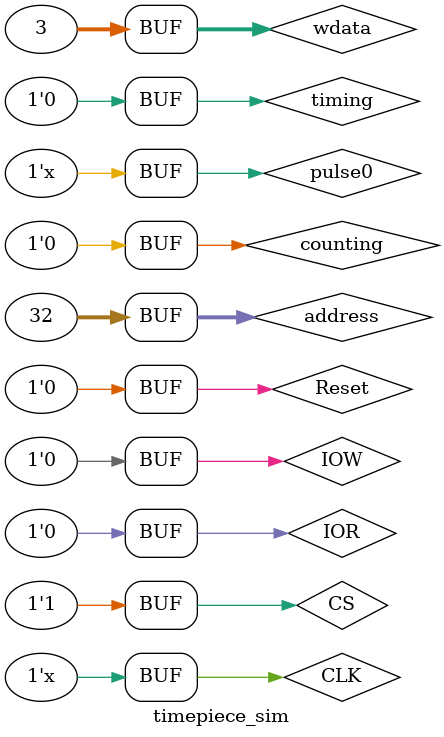
<source format=v>
`timescale 1ns / 1ps


module timepiece_sim();
//input wdata,CS,CLK,Reset,pulse0,address,IOW,IOR
reg CLK=1;
reg [31:0] wdata=0;
reg CS=0;
reg Reset=0;
reg pulse0=1;
reg [31:0] address=0;
reg IOW=0;
reg IOR=0;
reg timing=0;
reg counting=0;

//output rdata,COUT0
wire [31:0] rdata;
wire COUT0;
wire [31:0] COUT2;

timepiece uut(
//input wdata,CS,CLK,Reset,pulse0,address,IOW,IOR
//output rdata,COUT0
    .CLK(CLK),
    .CS(CS),
    .wdata(wdata),
    .Reset(Reset),
    .pulse0(pulse0),
    .address(address),
    .IOW(IOW),
    .IOR(IOR),
    .rdata(rdata),
    .COUT0(COUT0),
    .timing(timing),
    .counting(counting),
    .COUT2(COUT2)
);

initial
    begin
    #100 CS=1;
    //非循环定时，2个clock输出一个时钟低电平
    #10 address[31:0]=8'hFFFF_FC24;//写初值寄存器
    #10 wdata[31:0]=8'h0000_0003;
    #10 IOW=1;
    #10 IOW=0;
    #10 address=8'hFFFF_FC20;//写方式寄存器
    #10 wdata=8'h0000_0000;
    #10 IOW=1;
    #10 IOW=0;
    #10 timing=1;
    //循环定时，2个clock输出一个时钟低电平,输出5个
    #30 timing=0; 
    #10 address=8'hFFFF_FC24;//写初值寄存器
    #10 wdata=8'h0000_0003;
    #10 IOW=1;
    #10 IOW=0;
    #10 address=8'hFFFF_FC20;//写方式寄存器
    #10 wdata=8'h0000_0003;
    #10 IOW=1;
    #10 IOW=0;
    #10 timing=1;
    //非循环计数,5个pulse0
    #150 timing=0;
    #10 address=8'hFFFF_FC24;//写初值寄存器
    #10 wdata=8'h0000_0005;
    #10 IOW=1;
    #10 IOW=0;
    #10 address=8'hFFFF_FC20;//写方式寄存器
    #10 wdata=8'h0000_0001;
    #10 IOW=1;
    #10 IOW=0;
    #10 counting=1;
    #10 address=8'hFFFF_FC20;//读状态寄存器
    #100 counting=0;
    #10 IOR=1;
    #10 IOR=0;
    //循环计数，每次2个pulse0，跑5次
    #10 Reset=1;//Reset
    #10 Reset=0;
    #10 address=8'hFFFF_FC24;//写初值寄存器
    #10 wdata=8'h0000_0002;
    #10 IOW=1;
    #10 IOW=0;
    #10 address=8'hFFFF_FC20;//写方式寄存器
    #10 wdata=8'h0000_0003;
    #10 IOW=1;
    #10 IOW=0;
    #10 counting=1;
    #10 address=8'hFFFF_FC20;//读状态寄存器
    #190 counting=0;
    #10 IOR=1;
    #10 IOR=0;
    end

always #5 CLK = ~CLK;

always #10 pulse0=~pulse0;
    

endmodule

</source>
